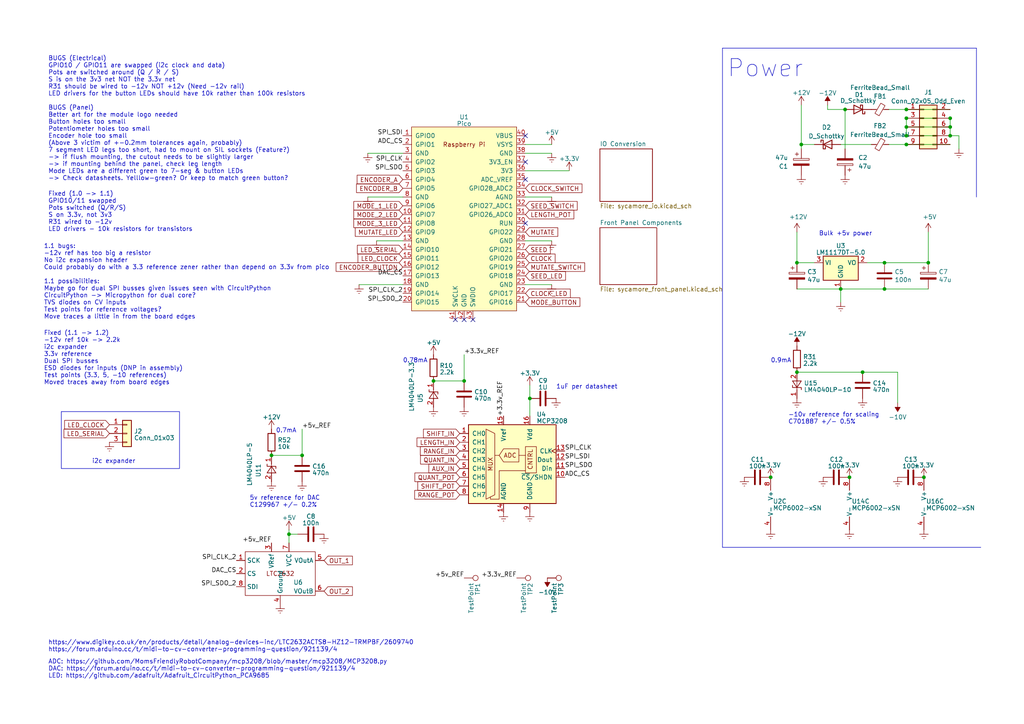
<source format=kicad_sch>
(kicad_sch (version 20231120) (generator "eeschema") (generator_version "8.0")
  (paper "A4")
  (title_block (title "Pico, power, DAC, ADC, notes") (date "2023-06-07") (rev "1.1"))
  (lib_symbols
    (symbol "+12V_1" (power) (pin_names (offset 0))
      (property "Value" "+12V_1" (at 0 3.556 0))
      (symbol "+12V_1_0_1"
        (polyline (pts (xy -0.762 1.27) (xy 0 2.54)))
        (polyline (pts (xy 0 0) (xy 0 2.54)))
        (polyline (pts (xy 0 2.54) (xy 0.762 1.27)))
      )
      (symbol "+12V_1_1_1"
        (pin power_in line (at 0 0 90) (length 0) hide (name "+12V") (number "1"))
      )
    )
    (symbol "+3.3V_1" (power) (pin_names (offset 0))
      (property "Value" "+3.3V_1" (at 0 3.556 0))
      (symbol "+3.3V_1_0_1"
        (polyline (pts (xy -0.762 1.27) (xy 0 2.54)))
        (polyline (pts (xy 0 0) (xy 0 2.54)))
        (polyline (pts (xy 0 2.54) (xy 0.762 1.27)))
      )
      (symbol "+3.3V_1_1_1"
        (pin power_in line (at 0 0 90) (length 0) hide (name "+3.3V") (number "1"))
      )
    )
    (symbol "+5V_1" (power) (pin_names (offset 0))
      (property "Value" "+5V_1" (at 0 3.556 0))
      (symbol "+5V_1_0_1"
        (polyline (pts (xy -0.762 1.27) (xy 0 2.54)))
        (polyline (pts (xy 0 0) (xy 0 2.54)))
        (polyline (pts (xy 0 2.54) (xy 0.762 1.27)))
      )
      (symbol "+5V_1_1_1"
        (pin power_in line (at 0 0 90) (length 0) hide (name "+5V") (number "1"))
      )
    )
    (symbol "+5V_2" (power) (pin_names (offset 0))
      (property "Value" "+5V_2" (at 0 3.556 0))
      (symbol "+5V_2_0_1"
        (polyline (pts (xy -0.762 1.27) (xy 0 2.54)))
        (polyline (pts (xy 0 0) (xy 0 2.54)))
        (polyline (pts (xy 0 2.54) (xy 0.762 1.27)))
      )
      (symbol "+5V_2_1_1"
        (pin power_in line (at 0 0 90) (length 0) hide (name "+5V") (number "1"))
      )
    )
    (symbol "Amplifier_Operational:MCP6002-xSN" (pin_names (offset 0.127))
      (property "Reference" "U" (at 0 5.08 0))
      (property "Value" "MCP6002-xSN" (at 0 -5.08 0))
      (symbol "MCP6002-xSN_1_1"
        (polyline (pts (xy -5.08 5.08) (xy 5.08 0) (xy -5.08 -5.08) (xy -5.08 5.08)) (stroke (width 0.254)) (fill (type background)))
        (pin output line (at 7.62 0 180) (length 2.54) (name "~") (number "1"))
        (pin input line (at -7.62 -2.54 0) (length 2.54) (name "-") (number "2"))
        (pin input line (at -7.62 2.54 0) (length 2.54) (name "+") (number "3"))
      )
      (symbol "MCP6002-xSN_2_1"
        (polyline (pts (xy -5.08 5.08) (xy 5.08 0) (xy -5.08 -5.08) (xy -5.08 5.08)) (stroke (width 0.254)) (fill (type background)))
        (pin input line (at -7.62 2.54 0) (length 2.54) (name "+") (number "5"))
        (pin input line (at -7.62 -2.54 0) (length 2.54) (name "-") (number "6"))
        (pin output line (at 7.62 0 180) (length 2.54) (name "~") (number "7"))
      )
      (symbol "MCP6002-xSN_3_1"
        (pin power_in line (at -2.54 -7.62 90) (length 3.81) (name "V-") (number "4"))
        (pin power_in line (at -2.54 7.62 270) (length 3.81) (name "V+") (number "8"))
      )
    )
    (symbol "Analog_ADC:MCP3208" (pin_names (offset 1.016))
      (property "Reference" "U" (at -5.08 13.335 0))
      (property "Value" "MCP3208" (at -5.08 11.43 0))
      (symbol "MCP3208_0_0"
        (text "ADC" (at -0.635 1.27 0) (effects (font (size 1.27 1.27))))
        (text "CNTRL" (at 5.969 -2.921 900) (effects (font (size 1.27 1.27)) (justify left bottom)))
        (text "MUX" (at -6.35 -1.27 900) (effects (font (size 1.27 1.27))))
      )
      (symbol "MCP3208_0_1"
        (polyline (pts (xy -3.81 1.27) (xy -5.08 1.27)))
        (polyline (pts (xy 1.905 1.27) (xy 3.81 1.27)))
        (polyline (pts (xy -7.62 8.89) (xy -7.62 -11.43) (xy -5.08 -10.16) (xy -5.08 7.62) (xy -7.62 8.89)))
        (polyline (pts (xy 3.81 -3.175) (xy -3.81 -3.175) (xy -3.81 -11.43) (xy -6.35 -11.43) (xy -6.35 -10.795)))
        (polyline (pts (xy 1.905 3.175) (xy 1.905 -0.635) (xy -2.54 -0.635) (xy -3.81 1.27) (xy -2.54 3.175) (xy 1.905 3.175)))
        (rectangle (start 3.81 -3.81) (end 6.985 3.81))
        (rectangle (start 12.7 -12.7) (end -12.7 10.16) (stroke (width 0.254)) (fill (type background)))
      )
      (symbol "MCP3208_1_1"
        (pin input line (at -15.24 7.62 0) (length 2.54) (name "CH0") (number "1"))
        (pin input line (at 15.24 -5.08 180) (length 2.54) (name "~{CS}/SHDN") (number "10"))
        (pin input line (at 15.24 -2.54 180) (length 2.54) (name "Din") (number "11"))
        (pin output line (at 15.24 0 180) (length 2.54) (name "Dout") (number "12"))
        (pin input clock (at 15.24 2.54 180) (length 2.54) (name "CLK") (number "13"))
        (pin power_in line (at -2.54 -15.24 90) (length 2.54) (name "AGND") (number "14"))
        (pin power_in line (at -2.54 12.7 270) (length 2.54) (name "Vref") (number "15"))
        (pin power_in line (at 5.08 12.7 270) (length 2.54) (name "Vdd") (number "16"))
        (pin input line (at -15.24 5.08 0) (length 2.54) (name "CH1") (number "2"))
        (pin input line (at -15.24 2.54 0) (length 2.54) (name "CH2") (number "3"))
        (pin input line (at -15.24 0 0) (length 2.54) (name "CH3") (number "4"))
        (pin input line (at -15.24 -2.54 0) (length 2.54) (name "CH4") (number "5"))
        (pin input line (at -15.24 -5.08 0) (length 2.54) (name "CH5") (number "6"))
        (pin input line (at -15.24 -7.62 0) (length 2.54) (name "CH6") (number "7"))
        (pin input line (at -15.24 -10.16 0) (length 2.54) (name "CH7") (number "8"))
        (pin power_in line (at 5.08 -15.24 90) (length 2.54) (name "DGND") (number "9"))
      )
    )
    (symbol "Connector:TestPoint" (pin_numbers hide) (pin_names (offset 0.762) hide)
      (property "Reference" "TP" (at 0 6.858 0))
      (property "Value" "TestPoint" (at 0 5.08 0))
      (symbol "TestPoint_0_1"
        (circle (center 0 3.302) (radius 0.762))
      )
      (symbol "TestPoint_1_1"
        (pin passive line (at 0 0 90) (length 2.54) (name "1") (number "1"))
      )
    )
    (symbol "Connector_Generic:Conn_01x03" (pin_names (offset 1.016) hide)
      (property "Reference" "J" (at 0 5.08 0))
      (property "Value" "Conn_01x03" (at 0 -5.08 0))
      (symbol "Conn_01x03_1_1"
        (rectangle (start -1.27 -2.413) (end 0 -2.667) (stroke (width 0.1524)))
        (rectangle (start -1.27 0.127) (end 0 -0.127) (stroke (width 0.1524)))
        (rectangle (start -1.27 2.667) (end 0 2.413) (stroke (width 0.1524)))
        (rectangle (start -1.27 3.81) (end 1.27 -3.81) (stroke (width 0.254)) (fill (type background)))
        (pin passive line (at -5.08 2.54 0) (length 3.81) (name "Pin_1") (number "1"))
        (pin passive line (at -5.08 0 0) (length 3.81) (name "Pin_2") (number "2"))
        (pin passive line (at -5.08 -2.54 0) (length 3.81) (name "Pin_3") (number "3"))
      )
    )
    (symbol "Connector_Generic:Conn_02x05_Odd_Even" (pin_names (offset 1.016) hide)
      (property "Reference" "J" (at 1.27 7.62 0))
      (property "Value" "Conn_02x05_Odd_Even" (at 1.27 -7.62 0))
      (symbol "Conn_02x05_Odd_Even_1_1"
        (rectangle (start -1.27 -4.953) (end 0 -5.207) (stroke (width 0.1524)))
        (rectangle (start -1.27 -2.413) (end 0 -2.667) (stroke (width 0.1524)))
        (rectangle (start -1.27 0.127) (end 0 -0.127) (stroke (width 0.1524)))
        (rectangle (start -1.27 2.667) (end 0 2.413) (stroke (width 0.1524)))
        (rectangle (start -1.27 5.207) (end 0 4.953) (stroke (width 0.1524)))
        (rectangle (start -1.27 6.35) (end 3.81 -6.35) (stroke (width 0.254)) (fill (type background)))
        (rectangle (start 3.81 -4.953) (end 2.54 -5.207) (stroke (width 0.1524)))
        (rectangle (start 3.81 -2.413) (end 2.54 -2.667) (stroke (width 0.1524)))
        (rectangle (start 3.81 0.127) (end 2.54 -0.127) (stroke (width 0.1524)))
        (rectangle (start 3.81 2.667) (end 2.54 2.413) (stroke (width 0.1524)))
        (rectangle (start 3.81 5.207) (end 2.54 4.953) (stroke (width 0.1524)))
        (pin passive line (at -5.08 5.08 0) (length 3.81) (name "Pin_1") (number "1"))
        (pin passive line (at 7.62 -5.08 180) (length 3.81) (name "Pin_10") (number "10"))
        (pin passive line (at 7.62 5.08 180) (length 3.81) (name "Pin_2") (number "2"))
        (pin passive line (at -5.08 2.54 0) (length 3.81) (name "Pin_3") (number "3"))
        (pin passive line (at 7.62 2.54 180) (length 3.81) (name "Pin_4") (number "4"))
        (pin passive line (at -5.08 0 0) (length 3.81) (name "Pin_5") (number "5"))
        (pin passive line (at 7.62 0 180) (length 3.81) (name "Pin_6") (number "6"))
        (pin passive line (at -5.08 -2.54 0) (length 3.81) (name "Pin_7") (number "7"))
        (pin passive line (at 7.62 -2.54 180) (length 3.81) (name "Pin_8") (number "8"))
        (pin passive line (at -5.08 -5.08 0) (length 3.81) (name "Pin_9") (number "9"))
      )
    )
    (symbol "Device:C" (pin_numbers hide) (pin_names (offset 0.254))
      (property "Reference" "C" (at 0.635 2.54 0))
      (property "Value" "C" (at 0.635 -2.54 0))
      (symbol "C_0_1"
        (polyline (pts (xy -2.032 -0.762) (xy 2.032 -0.762)) (stroke (width 0.508)))
        (polyline (pts (xy -2.032 0.762) (xy 2.032 0.762)) (stroke (width 0.508)))
      )
      (symbol "C_1_1"
        (pin passive line (at 0 3.81 270) (length 2.794) (name "~") (number "1"))
        (pin passive line (at 0 -3.81 90) (length 2.794) (name "~") (number "2"))
      )
    )
    (symbol "Device:C_Polarized" (pin_numbers hide) (pin_names (offset 0.254))
      (property "Reference" "C" (at 0.635 2.54 0))
      (property "Value" "C_Polarized" (at 0.635 -2.54 0))
      (symbol "C_Polarized_0_1"
        (rectangle (start -2.286 0.508) (end 2.286 1.016))
        (polyline (pts (xy -1.778 2.286) (xy -0.762 2.286)))
        (polyline (pts (xy -1.27 2.794) (xy -1.27 1.778)))
        (rectangle (start 2.286 -0.508) (end -2.286 -1.016) (fill (type outline)))
      )
      (symbol "C_Polarized_1_1"
        (pin passive line (at 0 3.81 270) (length 2.794) (name "~") (number "1"))
        (pin passive line (at 0 -3.81 90) (length 2.794) (name "~") (number "2"))
      )
    )
    (symbol "Device:D_Schottky" (pin_numbers hide) (pin_names (offset 1.016) hide)
      (property "Reference" "D" (at 0 2.54 0))
      (property "Value" "D_Schottky" (at 0 -2.54 0))
      (symbol "D_Schottky_0_1"
        (polyline (pts (xy 1.27 0) (xy -1.27 0)))
        (polyline (pts (xy 1.27 1.27) (xy 1.27 -1.27) (xy -1.27 0) (xy 1.27 1.27)) (stroke (width 0.254)))
        (polyline (pts (xy -1.905 0.635) (xy -1.905 1.27) (xy -1.27 1.27) (xy -1.27 -1.27) (xy -0.635 -1.27) (xy -0.635 -0.635)) (stroke (width 0.254)))
      )
      (symbol "D_Schottky_1_1"
        (pin passive line (at -3.81 0 0) (length 2.54) (name "K") (number "1"))
        (pin passive line (at 3.81 0 180) (length 2.54) (name "A") (number "2"))
      )
    )
    (symbol "Device:FerriteBead_Small" (pin_numbers hide) (pin_names (offset 0))
      (property "Reference" "FB" (at 1.905 1.27 0))
      (property "Value" "FerriteBead_Small" (at 1.905 -1.27 0))
      (symbol "FerriteBead_Small_0_1"
        (polyline (pts (xy 0 -1.27) (xy 0 -0.7874)))
        (polyline (pts (xy 0 0.889) (xy 0 1.2954)))
        (polyline (pts (xy -1.8288 0.2794) (xy -1.1176 1.4986) (xy 1.8288 -0.2032) (xy 1.1176 -1.4224) (xy -1.8288 0.2794)))
      )
      (symbol "FerriteBead_Small_1_1"
        (pin passive line (at 0 2.54 270) (length 1.27) (name "~") (number "1"))
        (pin passive line (at 0 -2.54 90) (length 1.27) (name "~") (number "2"))
      )
    )
    (symbol "Device:R" (pin_numbers hide) (pin_names (offset 0))
      (property "Reference" "R" (at 2.032 0 90))
      (property "Value" "R" (at 0 0 90))
      (symbol "R_0_1"
        (rectangle (start -1.016 -2.54) (end 1.016 2.54) (stroke (width 0.254)))
      )
      (symbol "R_1_1"
        (pin passive line (at 0 3.81 270) (length 1.27) (name "~") (number "1"))
        (pin passive line (at 0 -3.81 90) (length 1.27) (name "~") (number "2"))
      )
    )
    (symbol "Divergent Waves:LM4040LP-5_SOT-23" (pin_names (offset 0.0254) hide)
      (property "Reference" "U11" (at -2.54 3.81 0))
      (property "Value" "LM4040LP-5" (at -5.08 6.35 0))
      (symbol "LM4040LP-5_SOT-23_0_1"
        (polyline (pts (xy -1.27 0) (xy 0 0) (xy 1.27 0)))
        (polyline (pts (xy -1.27 -1.27) (xy 0.635 0) (xy -1.27 1.27) (xy -1.27 -1.27)) (stroke (width 0.2032)))
        (polyline (pts (xy 0 -1.27) (xy 0.635 -1.27) (xy 0.635 1.27) (xy 1.27 1.27)) (stroke (width 0.2032)))
      )
      (symbol "LM4040LP-5_SOT-23_1_1"
        (pin passive line (at 3.81 0 180) (length 2.54) (name "K") (number "1"))
        (pin passive line (at -3.81 0 0) (length 2.54) (name "A") (number "2"))
      )
    )
    (symbol "Divergent Waves:LTC2632"
      (property "Reference" "U" (at 5.08 -2.54 0))
      (symbol "LTC2632_0_1"
        (rectangle (start -10.16 6.35) (end 10.16 -6.35))
      )
      (symbol "LTC2632_1_1"
        (text "LTC2632" (at 0 0 0) (effects (font (size 1.27 1.27))))
        (pin input line (at -12.7 3.81 0) (length 2.54) (name "SCK") (number "1"))
        (pin input line (at -12.7 0 0) (length 2.54) (name "CS") (number "2"))
        (pin input line (at -2.54 8.89 270) (length 2.54) (name "VRef") (number "3"))
        (pin power_out line (at 0 -8.89 90) (length 2.54) (name "Ground") (number "4"))
        (pin output line (at 12.7 3.81 180) (length 2.54) (name "VOutA") (number "5"))
        (pin output line (at 12.7 -5.08 180) (length 2.54) (name "VOutB") (number "6"))
        (pin power_in line (at 2.54 8.89 270) (length 2.54) (name "VCC") (number "7"))
        (pin input line (at -12.7 -3.81 0) (length 2.54) (name "SDI") (number "8"))
      )
    )
    (symbol "Earth_1" (power) (pin_names (offset 0))
      (symbol "Earth_1_0_1"
        (polyline (pts (xy -0.635 -1.905) (xy 0.635 -1.905)))
        (polyline (pts (xy -0.127 -2.54) (xy 0.127 -2.54)))
        (polyline (pts (xy 0 -1.27) (xy 0 0)))
        (polyline (pts (xy 1.27 -1.27) (xy -1.27 -1.27)))
      )
      (symbol "Earth_1_1_1"
        (pin power_in line (at 0 0 270) (length 0) hide (name "Earth") (number "1"))
      )
    )
    (symbol "Earth_2" (power) (pin_names (offset 0))
      (symbol "Earth_2_0_1"
        (polyline (pts (xy -0.635 -1.905) (xy 0.635 -1.905)))
        (polyline (pts (xy -0.127 -2.54) (xy 0.127 -2.54)))
        (polyline (pts (xy 0 -1.27) (xy 0 0)))
        (polyline (pts (xy 1.27 -1.27) (xy -1.27 -1.27)))
      )
      (symbol "Earth_2_1_1"
        (pin power_in line (at 0 0 270) (length 0) hide (name "Earth") (number "1"))
      )
    )
    (symbol "Earth_3" (power) (pin_names (offset 0))
      (symbol "Earth_3_0_1"
        (polyline (pts (xy -0.635 -1.905) (xy 0.635 -1.905)))
        (polyline (pts (xy -0.127 -2.54) (xy 0.127 -2.54)))
        (polyline (pts (xy 0 -1.27) (xy 0 0)))
        (polyline (pts (xy 1.27 -1.27) (xy -1.27 -1.27)))
      )
      (symbol "Earth_3_1_1"
        (pin power_in line (at 0 0 270) (length 0) hide (name "Earth") (number "1"))
      )
    )
    (symbol "Earth_4" (power) (pin_names (offset 0))
      (symbol "Earth_4_0_1"
        (polyline (pts (xy -0.635 -1.905) (xy 0.635 -1.905)))
        (polyline (pts (xy -0.127 -2.54) (xy 0.127 -2.54)))
        (polyline (pts (xy 0 -1.27) (xy 0 0)))
        (polyline (pts (xy 1.27 -1.27) (xy -1.27 -1.27)))
      )
      (symbol "Earth_4_1_1"
        (pin power_in line (at 0 0 270) (length 0) hide (name "Earth") (number "1"))
      )
    )
    (symbol "Earth_7" (power) (pin_names (offset 0))
      (symbol "Earth_7_0_1"
        (polyline (pts (xy -0.635 -1.905) (xy 0.635 -1.905)))
        (polyline (pts (xy -0.127 -2.54) (xy 0.127 -2.54)))
        (polyline (pts (xy 0 -1.27) (xy 0 0)))
        (polyline (pts (xy 1.27 -1.27) (xy -1.27 -1.27)))
      )
      (symbol "Earth_7_1_1"
        (pin power_in line (at 0 0 270) (length 0) hide (name "Earth") (number "1"))
      )
    )
    (symbol "Pi Pico:Pico" (pin_names (offset 1.016))
      (property "Reference" "U" (at -13.97 27.94 0))
      (property "Value" "Pico" (at 0 19.05 0))
      (symbol "Pico_0_0"
        (text "Raspberry Pi" (at 0 21.59 0) (effects (font (size 1.27 1.27))))
      )
      (symbol "Pico_0_1"
        (rectangle (start -15.24 26.67) (end 15.24 -26.67) (fill (type background)))
      )
      (symbol "Pico_1_1"
        (pin bidirectional line (at -17.78 24.13 0) (length 2.54) (name "GPIO0") (number "1"))
        (pin bidirectional line (at -17.78 1.27 0) (length 2.54) (name "GPIO7") (number "10"))
        (pin bidirectional line (at -17.78 -1.27 0) (length 2.54) (name "GPIO8") (number "11"))
        (pin bidirectional line (at -17.78 -3.81 0) (length 2.54) (name "GPIO9") (number "12"))
        (pin power_in line (at -17.78 -6.35 0) (length 2.54) (name "GND") (number "13"))
        (pin bidirectional line (at -17.78 -8.89 0) (length 2.54) (name "GPIO10") (number "14"))
        (pin bidirectional line (at -17.78 -11.43 0) (length 2.54) (name "GPIO11") (number "15"))
        (pin bidirectional line (at -17.78 -13.97 0) (length 2.54) (name "GPIO12") (number "16"))
        (pin bidirectional line (at -17.78 -16.51 0) (length 2.54) (name "GPIO13") (number "17"))
        (pin power_in line (at -17.78 -19.05 0) (length 2.54) (name "GND") (number "18"))
        (pin bidirectional line (at -17.78 -21.59 0) (length 2.54) (name "GPIO14") (number "19"))
        (pin bidirectional line (at -17.78 21.59 0) (length 2.54) (name "GPIO1") (number "2"))
        (pin bidirectional line (at -17.78 -24.13 0) (length 2.54) (name "GPIO15") (number "20"))
        (pin bidirectional line (at 17.78 -24.13 180) (length 2.54) (name "GPIO16") (number "21"))
        (pin bidirectional line (at 17.78 -21.59 180) (length 2.54) (name "GPIO17") (number "22"))
        (pin power_in line (at 17.78 -19.05 180) (length 2.54) (name "GND") (number "23"))
        (pin bidirectional line (at 17.78 -16.51 180) (length 2.54) (name "GPIO18") (number "24"))
        (pin bidirectional line (at 17.78 -13.97 180) (length 2.54) (name "GPIO19") (number "25"))
        (pin bidirectional line (at 17.78 -11.43 180) (length 2.54) (name "GPIO20") (number "26"))
        (pin bidirectional line (at 17.78 -8.89 180) (length 2.54) (name "GPIO21") (number "27"))
        (pin power_in line (at 17.78 -6.35 180) (length 2.54) (name "GND") (number "28"))
        (pin bidirectional line (at 17.78 -3.81 180) (length 2.54) (name "GPIO22") (number "29"))
        (pin power_in line (at -17.78 19.05 0) (length 2.54) (name "GND") (number "3"))
        (pin input line (at 17.78 -1.27 180) (length 2.54) (name "RUN") (number "30"))
        (pin bidirectional line (at 17.78 1.27 180) (length 2.54) (name "GPIO26_ADC0") (number "31"))
        (pin bidirectional line (at 17.78 3.81 180) (length 2.54) (name "GPIO27_ADC1") (number "32"))
        (pin power_in line (at 17.78 6.35 180) (length 2.54) (name "AGND") (number "33"))
        (pin bidirectional line (at 17.78 8.89 180) (length 2.54) (name "GPIO28_ADC2") (number "34"))
        (pin unspecified line (at 17.78 11.43 180) (length 2.54) (name "ADC_VREF") (number "35"))
        (pin unspecified line (at 17.78 13.97 180) (length 2.54) (name "3V3") (number "36"))
        (pin input line (at 17.78 16.51 180) (length 2.54) (name "3V3_EN") (number "37"))
        (pin bidirectional line (at 17.78 19.05 180) (length 2.54) (name "GND") (number "38"))
        (pin unspecified line (at 17.78 21.59 180) (length 2.54) (name "VSYS") (number "39"))
        (pin bidirectional line (at -17.78 16.51 0) (length 2.54) (name "GPIO2") (number "4"))
        (pin unspecified line (at 17.78 24.13 180) (length 2.54) (name "VBUS") (number "40"))
        (pin input line (at -2.54 -29.21 90) (length 2.54) (name "SWCLK") (number "41"))
        (pin power_in line (at 0 -29.21 90) (length 2.54) (name "GND") (number "42"))
        (pin bidirectional line (at 2.54 -29.21 90) (length 2.54) (name "SWDIO") (number "43"))
        (pin bidirectional line (at -17.78 13.97 0) (length 2.54) (name "GPIO3") (number "5"))
        (pin bidirectional line (at -17.78 11.43 0) (length 2.54) (name "GPIO4") (number "6"))
        (pin bidirectional line (at -17.78 8.89 0) (length 2.54) (name "GPIO5") (number "7"))
        (pin power_in line (at -17.78 6.35 0) (length 2.54) (name "GND") (number "8"))
        (pin bidirectional line (at -17.78 3.81 0) (length 2.54) (name "GPIO6") (number "9"))
      )
    )
    (symbol "Reference_Voltage:LM4040LP-5" (pin_names (offset 0.0254) hide)
      (property "Reference" "U11" (at -2.54 3.81 0))
      (property "Value" "LM4040LP-5" (at -5.08 6.35 0))
      (symbol "LM4040LP-5_0_1"
        (polyline (pts (xy -1.27 0) (xy 0 0) (xy 1.27 0)))
        (polyline (pts (xy -1.27 -1.27) (xy 0.635 0) (xy -1.27 1.27) (xy -1.27 -1.27)) (stroke (width 0.2032)))
        (polyline (pts (xy 0 -1.27) (xy 0.635 -1.27) (xy 0.635 1.27) (xy 1.27 1.27)) (stroke (width 0.2032)))
      )
      (symbol "LM4040LP-5_1_1"
        (pin passive line (at 3.81 0 180) (length 2.54) (name "K") (number "1"))
        (pin passive line (at -3.81 0 0) (length 2.54) (name "A") (number "2"))
      )
    )
    (symbol "Regulator_Linear:LM1117DT-5.0"
      (property "Reference" "U" (at -3.81 3.175 0))
      (property "Value" "LM1117DT-5.0" (at 0 3.175 0))
      (symbol "LM1117DT-5.0_0_1"
        (rectangle (start -5.08 -5.08) (end 5.08 1.905) (stroke (width 0.254)) (fill (type background)))
      )
      (symbol "LM1117DT-5.0_1_1"
        (pin power_in line (at 0 -7.62 90) (length 2.54) (name "GND") (number "1"))
        (pin power_out line (at 7.62 0 180) (length 2.54) (name "VO") (number "2"))
        (pin power_in line (at -7.62 0 0) (length 2.54) (name "VI") (number "3"))
      )
    )
    (symbol "d6-rescue:CP-Device" (pin_numbers hide) (pin_names (offset 0.254))
      (property "Reference" "C" (at 0.635 2.54 0))
      (property "Value" "CP-Device" (at 0.635 -2.54 0))
      (symbol "CP-Device_0_1"
        (rectangle (start -2.286 0.508) (end 2.286 1.016))
        (polyline (pts (xy -1.778 2.286) (xy -0.762 2.286)))
        (polyline (pts (xy -1.27 2.794) (xy -1.27 1.778)))
        (rectangle (start 2.286 -0.508) (end -2.286 -1.016) (fill (type outline)))
      )
      (symbol "CP-Device_1_1"
        (pin passive line (at 0 3.81 270) (length 2.794) (name "~") (number "1"))
        (pin passive line (at 0 -3.81 90) (length 2.794) (name "~") (number "2"))
      )
    )
    (symbol "power:+12V" (power) (pin_names (offset 0))
      (property "Value" "+12V" (at 0 3.556 0))
      (symbol "+12V_0_1"
        (polyline (pts (xy -0.762 1.27) (xy 0 2.54)))
        (polyline (pts (xy 0 0) (xy 0 2.54)))
        (polyline (pts (xy 0 2.54) (xy 0.762 1.27)))
      )
      (symbol "+12V_1_1"
        (pin power_in line (at 0 0 90) (length 0) hide (name "+12V") (number "1"))
      )
    )
    (symbol "power:+3.3V" (power) (pin_names (offset 0))
      (property "Value" "+3.3V" (at 0 3.556 0))
      (symbol "+3.3V_0_1"
        (polyline (pts (xy -0.762 1.27) (xy 0 2.54)))
        (polyline (pts (xy 0 0) (xy 0 2.54)))
        (polyline (pts (xy 0 2.54) (xy 0.762 1.27)))
      )
      (symbol "+3.3V_1_1"
        (pin power_in line (at 0 0 90) (length 0) hide (name "+3.3V") (number "1"))
      )
    )
    (symbol "power:+5V" (power) (pin_names (offset 0))
      (property "Value" "+5V" (at 0 3.556 0))
      (symbol "+5V_0_1"
        (polyline (pts (xy -0.762 1.27) (xy 0 2.54)))
        (polyline (pts (xy 0 0) (xy 0 2.54)))
        (polyline (pts (xy 0 2.54) (xy 0.762 1.27)))
      )
      (symbol "+5V_1_1"
        (pin power_in line (at 0 0 90) (length 0) hide (name "+5V") (number "1"))
      )
    )
    (symbol "power:-10V" (power) (pin_names (offset 0))
      (property "Value" "-10V" (at 0 3.81 0))
      (symbol "-10V_0_0"
        (pin power_in line (at 0 0 90) (length 0) hide (name "-10V") (number "1"))
      )
      (symbol "-10V_0_1"
        (polyline (pts (xy 0 0) (xy 0 1.27) (xy 0.762 1.27) (xy 0 2.54) (xy -0.762 1.27) (xy 0 1.27)) (fill (type outline)))
      )
    )
    (symbol "power:-12V" (power) (pin_names (offset 0))
      (property "Value" "-12V" (at 0 3.81 0))
      (symbol "-12V_0_0"
        (pin power_in line (at 0 0 90) (length 0) hide (name "-12V") (number "1"))
      )
      (symbol "-12V_0_1"
        (polyline (pts (xy 0 0) (xy 0 1.27) (xy 0.762 1.27) (xy 0 2.54) (xy -0.762 1.27) (xy 0 1.27)) (fill (type outline)))
      )
    )
    (symbol "power:Earth" (power) (pin_names (offset 0))
      (symbol "Earth_0_1"
        (polyline (pts (xy -0.635 -1.905) (xy 0.635 -1.905)))
        (polyline (pts (xy -0.127 -2.54) (xy 0.127 -2.54)))
        (polyline (pts (xy 0 -1.27) (xy 0 0)))
        (polyline (pts (xy 1.27 -1.27) (xy -1.27 -1.27)))
      )
      (symbol "Earth_1_1"
        (pin power_in line (at 0 0 270) (length 0) hide (name "Earth") (number "1"))
      )
    )
  )
  (junction (at 231.14 107.95))
  (junction (at 269.24 76.2))
  (junction (at 262.89 41.91))
  (junction (at 256.54 83.82))
  (junction (at 243.84 83.82))
  (junction (at 262.89 39.37))
  (junction (at 246.38 138.43))
  (junction (at 262.89 36.83))
  (junction (at 83.82 154.94))
  (junction (at 250.19 107.95))
  (junction (at 267.97 138.43))
  (junction (at 153.67 115.57))
  (junction (at 256.54 76.2))
  (junction (at 275.59 34.29))
  (junction (at 134.62 110.49))
  (junction (at 262.89 34.29))
  (junction (at 78.74 132.08))
  (junction (at 245.11 31.75))
  (junction (at 231.14 76.2))
  (junction (at 275.59 39.37))
  (junction (at 125.73 110.49))
  (junction (at 223.52 138.43))
  (junction (at 87.63 132.08))
  (junction (at 262.89 31.75))
  (junction (at 275.59 36.83))
  (junction (at 232.41 41.91))
  (no_connect (at 152.4 39.37))
  (no_connect (at 152.4 52.07))
  (no_connect (at 137.16 92.71))
  (no_connect (at 134.62 92.71))
  (no_connect (at 152.4 46.99))
  (no_connect (at 132.08 92.71))
  (no_connect (at 152.4 64.77))
  (wire (pts (xy 278.13 43.18) (xy 278.13 39.37)))
  (polyline (pts (xy 283.21 13.97) (xy 283.21 57.15)))
  (wire (pts (xy 232.41 30.48) (xy 232.41 41.91)))
  (wire (pts (xy 251.46 76.2) (xy 256.54 76.2)))
  (wire (pts (xy 240.03 31.75) (xy 245.11 31.75)))
  (wire (pts (xy 260.35 107.95) (xy 250.19 107.95)))
  (wire (pts (xy 231.14 67.31) (xy 231.14 76.2)))
  (polyline (pts (xy 209.55 13.97) (xy 283.21 13.97)))
  (wire (pts (xy 262.89 34.29) (xy 262.89 36.83)))
  (wire (pts (xy 269.24 67.31) (xy 269.24 76.2)))
  (wire (pts (xy 262.89 41.91) (xy 275.59 41.91)))
  (wire (pts (xy 275.59 34.29) (xy 275.59 36.83)))
  (polyline (pts (xy 284.48 158.75) (xy 209.55 158.75)))
  (wire (pts (xy 256.54 76.2) (xy 269.24 76.2)))
  (wire (pts (xy 125.73 110.49) (xy 134.62 110.49)))
  (wire (pts (xy 243.84 83.82) (xy 231.14 83.82)))
  (wire (pts (xy 232.41 41.91) (xy 232.41 43.18)))
  (wire (pts (xy 231.14 76.2) (xy 236.22 76.2)))
  (wire (pts (xy 260.35 116.84) (xy 260.35 107.95)))
  (wire (pts (xy 134.62 102.87) (xy 134.62 110.49)))
  (wire (pts (xy 152.4 49.53) (xy 165.1 49.53)))
  (wire (pts (xy 104.14 82.55) (xy 116.84 82.55)))
  (wire (pts (xy 106.68 44.45) (xy 116.84 44.45)))
  (wire (pts (xy 109.22 69.85) (xy 116.84 69.85)))
  (wire (pts (xy 152.4 57.15) (xy 160.02 57.15)))
  (wire (pts (xy 153.67 115.57) (xy 153.67 120.65)))
  (wire (pts (xy 83.82 154.94) (xy 86.36 154.94)))
  (wire (pts (xy 243.84 41.91) (xy 252.73 41.91)))
  (wire (pts (xy 262.89 31.75) (xy 275.59 31.75)))
  (wire (pts (xy 256.54 83.82) (xy 243.84 83.82)))
  (wire (pts (xy 269.24 83.82) (xy 256.54 83.82)))
  (wire (pts (xy 87.63 124.46) (xy 87.63 132.08)))
  (wire (pts (xy 278.13 39.37) (xy 275.59 39.37)))
  (wire (pts (xy 231.14 107.95) (xy 250.19 107.95)))
  (wire (pts (xy 257.81 31.75) (xy 262.89 31.75)))
  (wire (pts (xy 257.81 41.91) (xy 262.89 41.91)))
  (wire (pts (xy 78.74 132.08) (xy 87.63 132.08)))
  (wire (pts (xy 245.11 31.75) (xy 245.11 43.18)))
  (wire (pts (xy 262.89 34.29) (xy 275.59 34.29)))
  (wire (pts (xy 232.41 41.91) (xy 236.22 41.91)))
  (wire (pts (xy 83.82 153.67) (xy 83.82 154.94)))
  (wire (pts (xy 153.67 111.76) (xy 153.67 115.57)))
  (polyline (pts (xy 209.55 158.75) (xy 209.55 13.97)))
  (wire (pts (xy 152.4 82.55) (xy 160.02 82.55)))
  (wire (pts (xy 152.4 44.45) (xy 160.02 44.45)))
  (wire (pts (xy 83.82 154.94) (xy 83.82 157.48)))
  (wire (pts (xy 275.59 36.83) (xy 275.59 39.37)))
  (wire (pts (xy 240.03 30.48) (xy 240.03 31.75)))
  (wire (pts (xy 262.89 36.83) (xy 275.59 36.83)))
  (wire (pts (xy 152.4 69.85) (xy 160.02 69.85)))
  (wire (pts (xy 262.89 39.37) (xy 275.59 39.37)))
  (wire (pts (xy 243.84 83.82) (xy 243.84 87.63)))
  (wire (pts (xy 152.4 41.91) (xy 160.02 41.91)))
  (wire (pts (xy 262.89 36.83) (xy 262.89 39.37)))
  (wire (pts (xy 106.68 57.15) (xy 116.84 57.15)))
  (rectangle (start 17.78 119.38) (end 52.07 135.89))
  (text "0.9mA" (at 223.52 105.41 0) (effects (font (size 1.27 1.27)) (justify left bottom)))
  (text "Power" (at 210.82 22.86 0) (effects (font (size 5 5)) (justify left bottom)))
  (text "5v reference for DAC\nC129967 +/- 0.2%" (at 72.39 147.32 0) (effects (font (size 1.27 1.27)) (justify left bottom)))
  (text "Fixed (1.0 -> 1.1)\nGPIO10/11 swapped\nPots switched (Q/R/S)\nS on 3.3v, not 3v3\nR31 wired to -12v\nLED drivers - 10k resistors for transistors" (at 13.97 67.31 0) (effects (font (size 1.27 1.27)) (justify left bottom)))
  (text "Fixed (1.1 -> 1.2)\n-12v ref 10k -> 2.2k\ni2c expander\n3.3v reference\nDual SPI busses\nESD diodes for inputs (DNP in assembly)\nTest points (3.3, 5, -10 references)\nMoved traces away from board edges" (at 12.7 111.76 0) (effects (font (size 1.27 1.27)) (justify left bottom)))
  (text "0.7mA" (at 80.01 125.73 0) (effects (font (size 1.27 1.27)) (justify left bottom)))
  (text "ADC: https://github.com/MomsFriendlyRobotCompany/mcp3208/blob/master/mcp3208/MCP3208.py\nDAC: https://forum.arduino.cc/t/midi-to-cv-converter-programming-question/921139/4\nLED: https://github.com/adafruit/Adafruit_CircuitPython_PCA9685" (at 13.97 196.85 0) (effects (font (size 1.27 1.27)) (justify left bottom)))
  (text "Bulk +5v power" (at 237.49 68.58 0) (effects (font (size 1.27 1.27)) (justify left bottom)))
  (text "BUGS (Electrical)\nGPIO10 / GPIO11 are swapped (i2c clock and data)\nPots are switched around (Q / R / S)\nS is on the 3v3 net NOT the 3.3v net\nR31 should be wired to -12v NOT +12v (Need -12v rail)\nLED drivers for the button LEDs should have 10k rather than 100k resistors\n\nBUGS (Panel)\nBetter art for the module logo needed\nButton holes too small\nPotentiometer holes too small\nEncoder hole too small\n(Above 3 victim of +-0.2mm tolerances again, probably)\n7 segment LED legs too short, had to mount on SIL sockets (Feature?)\n-> if flush mounting, the cutout needs to be slightly larger\n-> if mounting behind the panel, check leg length\nMode LEDs are a different green to 7-seg & button LEDs\n-> Check datasheets. Yelllow-green? Or keep to match green button?\n\n" (at 13.97 54.61 0) (effects (font (size 1.27 1.27)) (justify left bottom)))
  (text "1uF per datasheet" (at 161.29 113.03 0) (effects (font (size 1.27 1.27)) (justify left bottom)))
  (text "1.1 bugs:\n-12v ref has too big a resistor\nNo i2c expansion header\nCould probably do with a 3.3 reference zener rather than depend on 3.3v from pico\n\n1.1 possibilities:\nMaybe go for dual SPI busses given issues seen with CircuitPython\nCircuitPython -> Micropython for dual core?\nTVS diodes on CV inputs\nTest points for reference voltages?\nMove traces a little in from the board edges" (at 12.7 92.71 0) (effects (font (size 1.27 1.27)) (justify left bottom)))
  (text "0.78mA" (at 116.84 105.41 0) (effects (font (size 1.27 1.27)) (justify left bottom)))
  (text "-10v reference for scaling\nC701887 +/- 0.5%" (at 228.6 123.19 0) (effects (font (size 1.27 1.27)) (justify left bottom)))
  (text "https://www.digikey.co.uk/en/products/detail/analog-devices-inc/LTC2632ACTS8-HZ12-TRMPBF/2609740\nhttps://forum.arduino.cc/t/midi-to-cv-converter-programming-question/921139/4" (at 13.97 189.23 0) (effects (font (size 1.27 1.27)) (justify left bottom)))
  (text "i2c expander" (at 26.67 134.62 0) (effects (font (size 1.27 1.27)) (justify left bottom)))
  (label "SPI_SDO_2" (at 68.58 170.18 180))
  (label "SPI_SDI" (at 116.84 39.37 180))
  (label "ADC_CS" (at 163.83 138.43 0))
  (label "+3.3v_REF" (at 134.62 102.87 0))
  (label "SPI_SDO" (at 163.83 135.89 0))
  (label "SPI_SDI" (at 163.83 133.35 0))
  (label "+5v_REF" (at 78.74 157.48 180))
  (label "SPI_CLK_2" (at 68.58 162.56 180))
  (label "+5v_REF" (at 134.62 167.64 180))
  (label "+3.3v_REF" (at 146.05 120.65 90))
  (label "+5v_REF" (at 87.63 124.46 0))
  (label "SPI_CLK" (at 116.84 46.99 180))
  (label "SPI_SDO" (at 116.84 49.53 180))
  (label "SPI_SDO_2" (at 116.84 87.63 180))
  (label "+3.3v_REF" (at 149.86 167.64 180))
  (label "DAC_CS" (at 116.84 80.01 180))
  (label "ADC_CS" (at 116.84 41.91 180))
  (label "DAC_CS" (at 68.58 166.37 180))
  (label "SPI_CLK" (at 163.83 130.81 0))
  (label "SPI_CLK_2" (at 116.84 85.09 180))
  (global_label "LENGTH_IN" (shape input) (at 133.35 128.27 180) (property "Intersheetrefs" "${INTERSHEET_REFS}" (effects (hide yes))))
  (global_label "CLOCK_LED" (shape input) (at 152.4 85.09 0) (property "Intersheetrefs" "${INTERSHEET_REFS}" (effects (hide yes))))
  (global_label "LED_CLOCK" (shape input) (at 116.84 74.93 180) (property "Intersheetrefs" "${INTERSHEET_REFS}" (effects (hide yes))))
  (global_label "SEED_SWITCH" (shape input) (at 152.4 59.69 0) (property "Intersheetrefs" "${INTERSHEET_REFS}" (effects (hide yes))))
  (global_label "RANGE_IN" (shape input) (at 133.35 130.81 180) (property "Intersheetrefs" "${INTERSHEET_REFS}" (effects (hide yes))))
  (global_label "RANGE_POT" (shape input) (at 133.35 143.51 180) (property "Intersheetrefs" "${INTERSHEET_REFS}" (effects (hide yes))))
  (global_label "LENGTH_POT" (shape input) (at 152.4 62.23 0) (property "Intersheetrefs" "${INTERSHEET_REFS}" (effects (hide yes))))
  (global_label "MUTATE_LED" (shape input) (at 116.84 67.31 180) (property "Intersheetrefs" "${INTERSHEET_REFS}" (effects (hide yes))))
  (global_label "CLOCK" (shape input) (at 152.4 74.93 0) (property "Intersheetrefs" "${INTERSHEET_REFS}" (effects (hide yes))))
  (global_label "SHIFT_POT" (shape input) (at 133.35 140.97 180) (property "Intersheetrefs" "${INTERSHEET_REFS}" (effects (hide yes))))
  (global_label "OUT_2" (shape input) (at 93.98 171.45 0) (property "Intersheetrefs" "${INTERSHEET_REFS}" (effects (hide yes))))
  (global_label "LED_SERIAL" (shape input) (at 31.75 125.73 180) (property "Intersheetrefs" "${INTERSHEET_REFS}" (effects (hide yes))))
  (global_label "MODE_1_LED" (shape input) (at 116.84 59.69 180) (property "Intersheetrefs" "${INTERSHEET_REFS}" (effects (hide yes))))
  (global_label "MUTATE" (shape input) (at 152.4 67.31 0) (property "Intersheetrefs" "${INTERSHEET_REFS}" (effects (hide yes))))
  (global_label "LED_SERIAL" (shape input) (at 116.84 72.39 180) (property "Intersheetrefs" "${INTERSHEET_REFS}" (effects (hide yes))))
  (global_label "ENCODER_BUTTON" (shape input) (at 116.84 77.47 180) (property "Intersheetrefs" "${INTERSHEET_REFS}" (effects (hide yes))))
  (global_label "QUANT_POT" (shape input) (at 133.35 138.43 180) (property "Intersheetrefs" "${INTERSHEET_REFS}" (effects (hide yes))))
  (global_label "SEED" (shape input) (at 152.4 72.39 0) (property "Intersheetrefs" "${INTERSHEET_REFS}" (effects (hide yes))))
  (global_label "MODE_2_LED" (shape input) (at 116.84 62.23 180) (property "Intersheetrefs" "${INTERSHEET_REFS}" (effects (hide yes))))
  (global_label "MUTATE_SWITCH" (shape input) (at 152.4 77.47 0) (property "Intersheetrefs" "${INTERSHEET_REFS}" (effects (hide yes))))
  (global_label "QUANT_IN" (shape input) (at 133.35 133.35 180) (property "Intersheetrefs" "${INTERSHEET_REFS}" (effects (hide yes))))
  (global_label "OUT_1" (shape input) (at 93.98 162.56 0) (property "Intersheetrefs" "${INTERSHEET_REFS}" (effects (hide yes))))
  (global_label "AUX_IN" (shape input) (at 133.35 135.89 180) (property "Intersheetrefs" "${INTERSHEET_REFS}" (effects (hide yes))))
  (global_label "MODE_3_LED" (shape input) (at 116.84 64.77 180) (property "Intersheetrefs" "${INTERSHEET_REFS}" (effects (hide yes))))
  (global_label "ENCODER_A" (shape input) (at 116.84 52.07 180) (property "Intersheetrefs" "${INTERSHEET_REFS}" (effects (hide yes))))
  (global_label "LED_CLOCK" (shape input) (at 31.75 123.19 180) (property "Intersheetrefs" "${INTERSHEET_REFS}" (effects (hide yes))))
  (global_label "ENCODER_B" (shape input) (at 116.84 54.61 180) (property "Intersheetrefs" "${INTERSHEET_REFS}" (effects (hide yes))))
  (global_label "MODE_BUTTON" (shape input) (at 152.4 87.63 0) (property "Intersheetrefs" "${INTERSHEET_REFS}" (effects (hide yes))))
  (global_label "SHIFT_IN" (shape input) (at 133.35 125.73 180) (property "Intersheetrefs" "${INTERSHEET_REFS}" (effects (hide yes))))
  (global_label "SEED_LED" (shape input) (at 152.4 80.01 0) (property "Intersheetrefs" "${INTERSHEET_REFS}" (effects (hide yes))))
  (global_label "CLOCK_SWITCH" (shape input) (at 152.4 54.61 0) (property "Intersheetrefs" "${INTERSHEET_REFS}" (effects (hide yes))))
  (symbol (lib_name "Earth_3") (lib_id "power:Earth") (at 246.38 153.67 0) (unit 1)
    (property "Reference" "#PWR089" (effects (hide yes)))
    (property "Value" "Earth" (effects (hide yes)))
  )
  (symbol (lib_name "Earth_7") (lib_id "power:Earth") (at 78.74 139.7 0) (unit 1)
    (property "Reference" "#PWR0104" (effects (hide yes)))
    (property "Value" "Earth" (effects (hide yes)))
  )
  (symbol (lib_id "Pi Pico:Pico") (at 134.62 63.5 0) (unit 1)
    (property "Reference" "U1" (at 134.62 33.9471 0))
    (property "Value" "Pico" (at 134.62 35.8681 0))
    (property "Footprint" "Raspberry Pi:RPi_Pico_SMD_TH" (effects (hide yes)))
  )
  (symbol (lib_name "Earth_2") (lib_id "power:Earth") (at 93.98 154.94 0) (unit 1)
    (property "Reference" "#PWR0103" (effects (hide yes)))
    (property "Value" "Earth" (effects (hide yes)))
  )
  (symbol (lib_id "power:Earth") (at 232.41 50.8 0) (unit 1)
    (property "Reference" "#PWR02" (effects (hide yes)))
    (property "Value" "Earth" (effects (hide yes)))
  )
  (symbol (lib_id "Device:C") (at 219.71 138.43 90) (unit 1)
    (property "Reference" "C11" (at 219.71 133.2611 90))
    (property "Value" "100n" (at 219.71 135.1821 90))
    (property "Footprint" "Capacitor_SMD:C_0603_1608Metric" (effects (hide yes)))
  )
  (symbol (lib_id "Device:C") (at 250.19 111.76 0) (unit 1)
    (property "Reference" "C14" (at 253.111 111.1163 0) (effects (justify left)))
    (property "Value" "470n" (at 253.111 113.0373 0) (effects (justify left)))
    (property "Footprint" "Capacitor_SMD:C_0603_1608Metric" (effects (hide yes)))
  )
  (symbol (lib_id "Reference_Voltage:LM4040LP-5") (at 125.73 114.3 90) (unit 1)
    (property "Reference" "U5" (at 121.92 116.84 0) (effects (justify left)))
    (property "Value" "LM4040LP-3.3" (at 119.38 119.38 0) (effects (justify left)))
    (property "Footprint" "Package_TO_SOT_SMD:SOT-323_SC-70" (effects (hide yes)))
    (property "Datasheet" "http://www.ti.com/lit/ds/symlink/lm4040-n.pdf" (effects (hide yes)))
  )
  (symbol (lib_id "d6-rescue:CP-Device") (at 269.24 80.01 0) (unit 1)
    (property "Reference" "C7" (at 272.2372 78.8416 0) (effects (justify left)))
    (property "Value" "47u" (at 272.2372 81.153 0) (effects (justify left)))
    (property "Footprint" "Capacitor_SMD:CP_Elec_5x5.4" (effects (hide yes)))
  )
  (symbol (lib_id "Connector:TestPoint") (at 134.62 167.64 270) (unit 1)
    (property "Reference" "TP1" (at 138.5657 169.037 0) (effects (justify left)))
    (property "Value" "TestPoint" (at 136.6447 169.037 0) (effects (justify left)))
    (property "Footprint" "TestPoint:TestPoint_THTPad_D2.0mm_Drill1.0mm" (effects (hide yes)))
  )
  (symbol (lib_name "Earth_2") (lib_id "power:Earth") (at 153.67 148.59 0) (unit 1)
    (property "Reference" "#PWR022" (effects (hide yes)))
    (property "Value" "Earth" (effects (hide yes)))
  )
  (symbol (lib_name "Earth_1") (lib_id "power:Earth") (at 160.02 69.85 0) (unit 1)
    (property "Reference" "#PWR015" (effects (hide yes)))
    (property "Value" "Earth" (effects (hide yes)))
  )
  (symbol (lib_name "Earth_1") (lib_id "power:Earth") (at 106.68 57.15 0) (unit 1)
    (property "Reference" "#PWR019" (effects (hide yes)))
    (property "Value" "Earth" (effects (hide yes)))
  )
  (symbol (lib_name "Earth_1") (lib_id "power:Earth") (at 160.02 44.45 0) (unit 1)
    (property "Reference" "#PWR013" (effects (hide yes)))
    (property "Value" "Earth" (effects (hide yes)))
  )
  (symbol (lib_id "power:-12V") (at 231.14 100.33 0) (unit 1)
    (property "Reference" "#PWR025" (effects (hide yes)))
    (property "Value" "-12V" (at 231.14 96.8281 0))
  )
  (symbol (lib_id "Device:C") (at 90.17 154.94 90) (unit 1)
    (property "Reference" "C8" (at 90.17 149.7711 90))
    (property "Value" "100n" (at 90.17 151.6921 90))
    (property "Footprint" "Capacitor_SMD:C_0603_1608Metric" (effects (hide yes)))
  )
  (symbol (lib_id "Device:R") (at 231.14 104.14 0) (unit 1)
    (property "Reference" "R31" (at 232.918 103.4963 0) (effects (justify left)))
    (property "Value" "2.2k" (at 232.918 105.4173 0) (effects (justify left)))
    (property "Footprint" "Resistor_SMD:R_0603_1608Metric" (effects (hide yes)))
  )
  (symbol (lib_id "power:+5V") (at 269.24 67.31 0) (unit 1)
    (property "Reference" "#PWR010" (effects (hide yes)))
    (property "Value" "+5V" (at 269.621 62.9158 0))
  )
  (symbol (lib_name "+12V_1") (lib_id "power:+12V") (at 78.74 124.46 0) (unit 1)
    (property "Reference" "#PWR0105" (effects (hide yes)))
    (property "Value" "+12V" (at 78.74 120.9581 0))
  )
  (symbol (lib_name "Earth_7") (lib_id "power:Earth") (at 231.14 115.57 0) (unit 1)
    (property "Reference" "#PWR093" (effects (hide yes)))
    (property "Value" "Earth" (effects (hide yes)))
  )
  (symbol (lib_name "Earth_4") (lib_id "power:Earth") (at 81.28 175.26 0) (unit 1)
    (property "Reference" "#PWR026" (effects (hide yes)))
    (property "Value" "Earth" (effects (hide yes)))
  )
  (symbol (lib_name "Earth_1") (lib_id "power:Earth") (at 104.14 82.55 0) (unit 1)
    (property "Reference" "#PWR017" (effects (hide yes)))
    (property "Value" "Earth" (effects (hide yes)))
  )
  (symbol (lib_id "Device:C") (at 134.62 114.3 0) (unit 1)
    (property "Reference" "C10" (at 137.541 113.6563 0) (effects (justify left)))
    (property "Value" "470n" (at 137.541 115.5773 0) (effects (justify left)))
    (property "Footprint" "Capacitor_SMD:C_0603_1608Metric" (effects (hide yes)))
  )
  (symbol (lib_name "+3.3V_1") (lib_id "power:+3.3V") (at 246.38 138.43 0) (unit 1)
    (property "Reference" "#PWR088" (effects (hide yes)))
    (property "Value" "+3.3V" (at 246.38 134.9281 0))
  )
  (symbol (lib_id "power:Earth") (at 245.11 50.8 0) (unit 1)
    (property "Reference" "#PWR066" (effects (hide yes)))
    (property "Value" "Earth" (effects (hide yes)))
  )
  (symbol (lib_id "Device:R") (at 78.74 128.27 0) (unit 1)
    (property "Reference" "R52" (at 80.518 127.6263 0) (effects (justify left)))
    (property "Value" "10k" (at 80.518 129.5473 0) (effects (justify left)))
    (property "Footprint" "Resistor_SMD:R_0603_1608Metric" (effects (hide yes)))
  )
  (symbol (lib_id "Device:FerriteBead_Small") (at 255.27 31.75 90) (unit 1)
    (property "Reference" "FB1" (at 255.27 27.94 90))
    (property "Value" "FerriteBead_Small" (at 255.27 25.4 90))
    (property "Footprint" "Resistor_SMD:R_0805_2012Metric" (effects (hide yes)))
  )
  (symbol (lib_name "+5V_2") (lib_id "power:+5V") (at 125.73 102.87 0) (unit 1)
    (property "Reference" "#PWR099" (effects (hide yes)))
    (property "Value" "+5V" (at 125.73 99.3681 0))
  )
  (symbol (lib_id "power:Earth") (at 278.13 43.18 0) (unit 1)
    (property "Reference" "#PWR05" (effects (hide yes)))
    (property "Value" "Earth" (effects (hide yes)))
  )
  (symbol (lib_id "Divergent Waves:LM4040LP-5_SOT-23") (at 231.14 111.76 270) (unit 1)
    (property "Reference" "U15" (at 233.1466 111.1163 90) (effects (justify left)))
    (property "Value" "LM4040LP-10" (at 233.1466 113.0373 90) (effects (justify left)))
    (property "Footprint" "Package_TO_SOT_SMD:SOT-23" (effects (hide yes)))
    (property "Datasheet" "http://www.ti.com/lit/ds/symlink/lm4040-n.pdf" (effects (hide yes)))
  )
  (symbol (lib_id "power:+3.3V") (at 165.1 49.53 0) (unit 1)
    (property "Reference" "#PWR052" (effects (hide yes)))
    (property "Value" "+3.3V" (at 165.1 46.0281 0))
  )
  (symbol (lib_id "Device:C") (at 256.54 80.01 0) (unit 1)
    (property "Reference" "C5" (at 259.461 78.8416 0) (effects (justify left)))
    (property "Value" "100n" (at 259.461 81.153 0) (effects (justify left)))
    (property "Footprint" "Capacitor_SMD:C_0805_2012Metric" (effects (hide yes)))
  )
  (symbol (lib_name "Earth_7") (lib_id "power:Earth") (at 87.63 139.7 0) (unit 1)
    (property "Reference" "#PWR0107" (effects (hide yes)))
    (property "Value" "Earth" (effects (hide yes)))
  )
  (symbol (lib_id "Device:D_Schottky") (at 240.03 41.91 0) (unit 1)
    (property "Reference" "D2" (at 239.7125 36.9402 0))
    (property "Value" "D_Schottky" (at 239.7125 39.4771 0))
    (property "Footprint" "Diode_SMD:D_SOD-323" (effects (hide yes)))
  )
  (symbol (lib_id "Device:R") (at 125.73 106.68 0) (unit 1)
    (property "Reference" "R10" (at 127.508 106.0363 0) (effects (justify left)))
    (property "Value" "2.2k" (at 127.508 107.9573 0) (effects (justify left)))
    (property "Footprint" "Resistor_SMD:R_0603_1608Metric" (effects (hide yes)))
  )
  (symbol (lib_id "Analog_ADC:MCP3208") (at 148.59 133.35 0) (unit 1)
    (property "Reference" "U4" (at 155.6259 120.1801 0) (effects (justify left)))
    (property "Value" "MCP3208" (at 155.6259 122.1011 0) (effects (justify left)))
    (property "Footprint" "Package_SO:SOIC-16_3.9x9.9mm_P1.27mm" (effects (hide yes)))
    (property "Datasheet" "http://ww1.microchip.com/downloads/en/DeviceDoc/21298c.pdf" (effects (hide yes)))
  )
  (symbol (lib_name "Earth_1") (lib_id "power:Earth") (at 31.75 128.27 0) (unit 1)
    (property "Reference" "#PWR074" (effects (hide yes)))
    (property "Value" "Earth" (effects (hide yes)))
  )
  (symbol (lib_id "Device:C") (at 87.63 135.89 0) (unit 1)
    (property "Reference" "C16" (at 90.551 135.2463 0) (effects (justify left)))
    (property "Value" "470n" (at 90.551 137.1673 0) (effects (justify left)))
    (property "Footprint" "Capacitor_SMD:C_0603_1608Metric" (effects (hide yes)))
  )
  (symbol (lib_id "Device:C") (at 264.16 138.43 90) (unit 1)
    (property "Reference" "C13" (at 264.16 133.2611 90))
    (property "Value" "100n" (at 264.16 135.1821 90))
    (property "Footprint" "Capacitor_SMD:C_0603_1608Metric" (effects (hide yes)))
  )
  (symbol (lib_id "power:-10V") (at 158.75 167.64 180) (unit 1)
    (property "Reference" "#PWR0112" (effects (hide yes)))
    (property "Value" "-10V" (at 158.75 171.7755 0))
  )
  (symbol (lib_id "Connector:TestPoint") (at 149.86 167.64 270) (unit 1)
    (property "Reference" "TP2" (at 153.8057 169.037 0) (effects (justify left)))
    (property "Value" "TestPoint" (at 151.8847 169.037 0) (effects (justify left)))
    (property "Footprint" "TestPoint:TestPoint_THTPad_D2.0mm_Drill1.0mm" (effects (hide yes)))
  )
  (symbol (lib_id "Device:D_Schottky") (at 248.92 31.75 180) (unit 1)
    (property "Reference" "D1" (at 249.2375 27.4701 0))
    (property "Value" "D_Schottky" (at 248.92 29.21 0))
    (property "Footprint" "Diode_SMD:D_SOD-323" (effects (hide yes)))
  )
  (symbol (lib_id "Reference_Voltage:LM4040LP-5") (at 78.74 135.89 90) (unit 1)
    (property "Reference" "U11" (at 74.93 138.43 0) (effects (justify left)))
    (property "Value" "LM4040LP-5" (at 72.39 140.97 0) (effects (justify left)))
    (property "Footprint" "Package_TO_SOT_SMD:SOT-23" (effects (hide yes)))
    (property "Datasheet" "http://www.ti.com/lit/ds/symlink/lm4040-n.pdf" (effects (hide yes)))
  )
  (symbol (lib_id "d6-rescue:CP-Device") (at 231.14 80.01 0) (unit 1)
    (property "Reference" "C3" (at 234.1372 78.8416 0) (effects (justify left)))
    (property "Value" "47u" (at 234.1372 81.153 0) (effects (justify left)))
    (property "Footprint" "Capacitor_SMD:CP_Elec_5x5.4" (effects (hide yes)))
  )
  (symbol (lib_name "+5V_2") (lib_id "power:+5V") (at 83.82 153.67 0) (unit 1)
    (property "Reference" "#PWR0102" (effects (hide yes)))
    (property "Value" "+5V" (at 83.82 150.1681 0))
  )
  (symbol (lib_name "Earth_2") (lib_id "power:Earth") (at 146.05 148.59 0) (unit 1)
    (property "Reference" "#PWR021" (effects (hide yes)))
    (property "Value" "Earth" (effects (hide yes)))
  )
  (symbol (lib_id "Amplifier_Operational:MCP6002-xSN") (at 248.92 146.05 0) (unit 3)
    (property "Reference" "U14" (at 247.015 145.4063 0) (effects (justify left)))
    (property "Value" "MCP6002-xSN" (at 247.015 147.3273 0) (effects (justify left)))
    (property "Footprint" "Package_SO:SOIC-8_3.9x4.9mm_P1.27mm" (effects (hide yes)))
    (property "Datasheet" "http://ww1.microchip.com/downloads/en/DeviceDoc/21733j.pdf" (effects (hide yes)))
  )
  (symbol (lib_name "Earth_1") (lib_id "power:Earth") (at 160.02 82.55 0) (unit 1)
    (property "Reference" "#PWR016" (effects (hide yes)))
    (property "Value" "Earth" (effects (hide yes)))
  )
  (symbol (lib_id "power:+12V") (at 231.14 67.31 0) (unit 1)
    (property "Reference" "#PWR06" (effects (hide yes)))
    (property "Value" "+12V" (at 231.521 62.9158 0))
  )
  (symbol (lib_name "Earth_7") (lib_id "power:Earth") (at 134.62 118.11 0) (unit 1)
    (property "Reference" "#PWR0109" (effects (hide yes)))
    (property "Value" "Earth" (effects (hide yes)))
  )
  (symbol (lib_id "Amplifier_Operational:MCP6002-xSN") (at 226.06 146.05 0) (unit 3)
    (property "Reference" "U2" (at 224.155 145.4063 0) (effects (justify left)))
    (property "Value" "MCP6002-xSN" (at 224.155 147.3273 0) (effects (justify left)))
    (property "Footprint" "Package_SO:SOIC-8_3.9x4.9mm_P1.27mm" (effects (hide yes)))
    (property "Datasheet" "http://ww1.microchip.com/downloads/en/DeviceDoc/21733j.pdf" (effects (hide yes)))
  )
  (symbol (lib_id "power:+12V") (at 232.41 30.48 0) (unit 1)
    (property "Reference" "#PWR01" (effects (hide yes)))
    (property "Value" "+12V" (at 232.41 26.9042 0))
  )
  (symbol (lib_id "Divergent Waves:LTC2632") (at 81.28 166.37 0) (unit 1)
    (property "Reference" "U6" (at 85.09 168.91 0) (effects (justify left)))
    (property "Value" "~" (at 82.55 166.37 0))
    (property "Footprint" "Package_TO_SOT_SMD:TSOT-23-8_HandSoldering" (effects (hide yes)))
  )
  (symbol (lib_name "Earth_1") (lib_id "power:Earth") (at 260.35 138.43 0) (unit 1)
    (property "Reference" "#PWR090" (effects (hide yes)))
    (property "Value" "Earth" (effects (hide yes)))
  )
  (symbol (lib_id "Connector:TestPoint") (at 158.75 167.64 270) (unit 1)
    (property "Reference" "TP3" (at 162.6957 169.037 0) (effects (justify left)))
    (property "Value" "TestPoint" (at 160.7747 169.037 0) (effects (justify left)))
    (property "Footprint" "TestPoint:TestPoint_THTPad_D2.0mm_Drill1.0mm" (effects (hide yes)))
  )
  (symbol (lib_id "Connector_Generic:Conn_01x03") (at 36.83 125.73 0) (unit 1)
    (property "Reference" "J2" (at 38.862 125.0863 0) (effects (justify left)))
    (property "Value" "Conn_01x03" (at 38.862 127.0073 0) (effects (justify left)))
    (property "Footprint" "Connector_JST:JST_XH_B3B-XH-AM_1x03_P2.50mm_Vertical" (effects (hide yes)))
  )
  (symbol (lib_id "power:-10V") (at 260.35 116.84 180) (unit 1)
    (property "Reference" "#PWR0100" (effects (hide yes)))
    (property "Value" "-10V" (at 260.35 120.9755 0))
  )
  (symbol (lib_id "Device:C") (at 157.48 115.57 90) (unit 1)
    (property "Reference" "C9" (at 157.48 110.4011 90))
    (property "Value" "1U" (at 157.48 112.3221 90))
    (property "Footprint" "Capacitor_SMD:C_0603_1608Metric" (effects (hide yes)))
  )
  (symbol (lib_name "Earth_1") (lib_id "power:Earth") (at 267.97 153.67 0) (unit 1)
    (property "Reference" "#PWR092" (effects (hide yes)))
    (property "Value" "Earth" (effects (hide yes)))
  )
  (symbol (lib_name "Earth_7") (lib_id "power:Earth") (at 125.73 118.11 0) (unit 1)
    (property "Reference" "#PWR0101" (effects (hide yes)))
    (property "Value" "Earth" (effects (hide yes)))
  )
  (symbol (lib_id "Device:C_Polarized") (at 232.41 46.99 0) (unit 1)
    (property "Reference" "C1" (at 228.6 48.26 0) (effects (justify right)))
    (property "Value" "47u" (at 228.6 45.72 0) (effects (justify right)))
    (property "Footprint" "Capacitor_SMD:CP_Elec_5x5.4" (effects (hide yes)))
  )
  (symbol (lib_name "Earth_1") (lib_id "power:Earth") (at 238.76 138.43 0) (unit 1)
    (property "Reference" "#PWR087" (effects (hide yes)))
    (property "Value" "Earth" (effects (hide yes)))
  )
  (symbol (lib_id "power:+3.3V") (at 153.67 111.76 0) (unit 1)
    (property "Reference" "#PWR024" (effects (hide yes)))
    (property "Value" "+3.3V" (at 153.67 108.2581 0))
  )
  (symbol (lib_name "Earth_1") (lib_id "power:Earth") (at 215.9 138.43 0) (unit 1)
    (property "Reference" "#PWR080" (effects (hide yes)))
    (property "Value" "Earth" (effects (hide yes)))
  )
  (symbol (lib_id "Amplifier_Operational:MCP6002-xSN") (at 270.51 146.05 0) (unit 3)
    (property "Reference" "U16" (at 268.605 145.4063 0) (effects (justify left)))
    (property "Value" "MCP6002-xSN" (at 268.605 147.3273 0) (effects (justify left)))
    (property "Footprint" "Package_SO:SOIC-8_3.9x4.9mm_P1.27mm" (effects (hide yes)))
    (property "Datasheet" "http://ww1.microchip.com/downloads/en/DeviceDoc/21733j.pdf" (effects (hide yes)))
  )
  (symbol (lib_id "Connector_Generic:Conn_02x05_Odd_Even") (at 267.97 36.83 0) (unit 1)
    (property "Reference" "J1" (at 269.24 26.7802 0))
    (property "Value" "Conn_02x05_Odd_Even" (at 269.24 29.3171 0))
    (property "Footprint" "Connector_IDC:IDC-Header_2x05_P2.54mm_Vertical" (effects (hide yes)))
  )
  (symbol (lib_name "Earth_1") (lib_id "power:Earth") (at 109.22 69.85 0) (unit 1)
    (property "Reference" "#PWR018" (effects (hide yes)))
    (property "Value" "Earth" (effects (hide yes)))
  )
  (symbol (lib_id "power:-12V") (at 240.03 30.48 0) (unit 1)
    (property "Reference" "#PWR071" (effects (hide yes)))
    (property "Value" "-12V" (at 240.03 26.9781 0))
  )
  (symbol (lib_name "+3.3V_1") (lib_id "power:+3.3V") (at 267.97 138.43 0) (unit 1)
    (property "Reference" "#PWR091" (effects (hide yes)))
    (property "Value" "+3.3V" (at 267.97 134.9281 0))
  )
  (symbol (lib_id "Regulator_Linear:LM1117DT-5.0") (at 243.84 76.2 0) (unit 1)
    (property "Reference" "U3" (at 243.84 71.2851 0))
    (property "Value" "LM1117DT-5.0" (at 243.84 73.2061 0))
    (property "Footprint" "Package_TO_SOT_SMD:SOT-223-3_TabPin2" (effects (hide yes)))
    (property "Datasheet" "http://www.ti.com/lit/ds/symlink/lm1117.pdf" (effects (hide yes)))
  )
  (symbol (lib_id "Device:FerriteBead_Small") (at 255.27 41.91 90) (unit 1)
    (property "Reference" "FB2" (at 255.2319 36.5084 90))
    (property "Value" "FerriteBead_Small" (at 255.2319 39.0453 90))
    (property "Footprint" "Resistor_SMD:R_0805_2012Metric" (effects (hide yes)))
  )
  (symbol (lib_id "Device:C") (at 242.57 138.43 90) (unit 1)
    (property "Reference" "C12" (at 242.57 133.2611 90))
    (property "Value" "100n" (at 242.57 135.1821 90))
    (property "Footprint" "Capacitor_SMD:C_0603_1608Metric" (effects (hide yes)))
  )
  (symbol (lib_name "Earth_1") (lib_id "power:Earth") (at 106.68 44.45 0) (unit 1)
    (property "Reference" "#PWR020" (effects (hide yes)))
    (property "Value" "Earth" (effects (hide yes)))
  )
  (symbol (lib_name "+3.3V_1") (lib_id "power:+3.3V") (at 223.52 138.43 0) (unit 1)
    (property "Reference" "#PWR081" (effects (hide yes)))
    (property "Value" "+3.3V" (at 223.52 134.9281 0))
  )
  (symbol (lib_id "Device:C_Polarized") (at 245.11 46.99 180) (unit 1)
    (property "Reference" "C2" (at 248.92 45.72 0) (effects (justify right)))
    (property "Value" "47u" (at 248.92 48.26 0) (effects (justify right)))
    (property "Footprint" "Capacitor_SMD:CP_Elec_5x5.4" (effects (hide yes)))
  )
  (symbol (lib_name "+5V_1") (lib_id "power:+5V") (at 160.02 41.91 0) (unit 1)
    (property "Reference" "#PWR012" (effects (hide yes)))
    (property "Value" "+5V" (at 160.02 38.4081 0))
  )
  (symbol (lib_id "power:Earth") (at 243.84 87.63 0) (unit 1)
    (property "Reference" "#PWR08" (effects (hide yes)))
    (property "Value" "Earth" (effects (hide yes)))
  )
  (symbol (lib_name "Earth_3") (lib_id "power:Earth") (at 161.29 115.57 0) (unit 1)
    (property "Reference" "#PWR023" (effects (hide yes)))
    (property "Value" "Earth" (effects (hide yes)))
  )
  (symbol (lib_name "Earth_1") (lib_id "power:Earth") (at 160.02 57.15 0) (unit 1)
    (property "Reference" "#PWR014" (effects (hide yes)))
    (property "Value" "Earth" (effects (hide yes)))
  )
  (symbol (lib_name "Earth_1") (lib_id "power:Earth") (at 223.52 153.67 0) (unit 1)
    (property "Reference" "#PWR082" (effects (hide yes)))
    (property "Value" "Earth" (effects (hide yes)))
  )
  (symbol (lib_name "Earth_7") (lib_id "power:Earth") (at 250.19 115.57 0) (unit 1)
    (property "Reference" "#PWR094" (effects (hide yes)))
    (property "Value" "Earth" (effects (hide yes)))
  )
  (sheet (at 173.99 43.18) (size 15.24 15.24) (stroke (width 0.1524))
    (property "Sheetname" "IO Conversion" (at 173.99 42.4684 0) (effects (justify left bottom)))
    (property "Sheetfile" "sycamore_io.kicad_sch" (at 173.99 59.0046 0) (effects (justify left top)))
  )
  (sheet (at 173.99 66.04) (size 16.51 16.51) (stroke (width 0.1524))
    (property "Sheetname" "Front Panel Components" (at 173.99 65.3284 0) (effects (justify left bottom)))
    (property "Sheetfile" "sycamore_front_panel.kicad_sch" (at 173.99 83.1346 0) (effects (justify left top)))
  )
)
</source>
